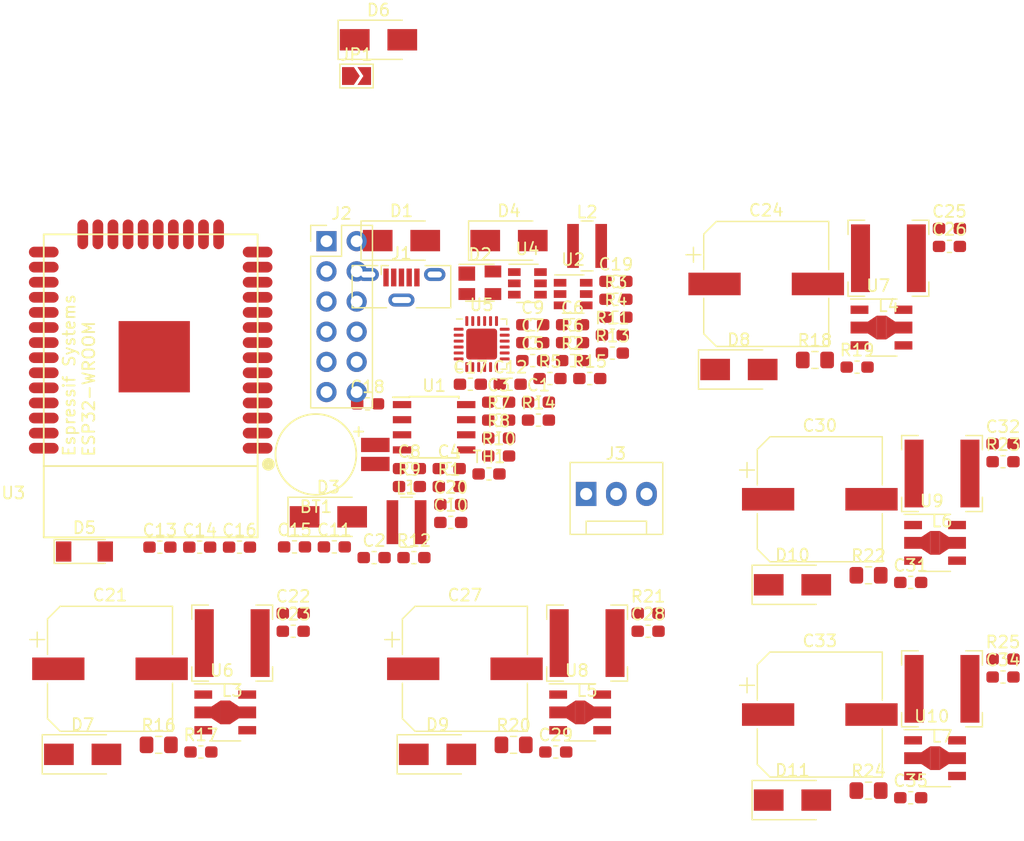
<source format=kicad_pcb>
(kicad_pcb (version 20171130) (host pcbnew 5.0.1-33cea8e~68~ubuntu16.04.1)
  (layers (0 F.Cu signal) (31 B.Cu signal) (34 B.Paste user) (35 F.Paste user) (36 B.SilkS user) (37 F.SilkS user) (38 B.Mask user) (39 F.Mask user) (44 Edge.Cuts user))
  (net 0 "")
  (net 1 "Net-(BT1-Pad1)")
  (net 2 GND)
  (net 3 VDD)
  (net 4 "Net-(C2-Pad1)")
  (net 5 "Net-(C2-Pad2)")
  (net 6 +3V3)
  (net 7 "Net-(C4-Pad1)")
  (net 8 "Net-(C12-Pad2)")
  (net 9 "Net-(C14-Pad2)")
  (net 10 "Net-(C14-Pad1)")
  (net 11 "Net-(C16-Pad2)")
  (net 12 LEDs_thermistor)
  (net 13 "Net-(C20-Pad2)")
  (net 14 "Net-(C23-Pad1)")
  (net 15 LED1-)
  (net 16 LED2-)
  (net 17 "Net-(C26-Pad1)")
  (net 18 LED3-)
  (net 19 "Net-(C29-Pad1)")
  (net 20 "Net-(C32-Pad1)")
  (net 21 LED4-)
  (net 22 LED5-)
  (net 23 "Net-(C35-Pad1)")
  (net 24 "Net-(D2-Pad2)")
  (net 25 "Net-(D2-Pad3)")
  (net 26 Fan_tach)
  (net 27 "Net-(D7-Pad2)")
  (net 28 "Net-(D8-Pad2)")
  (net 29 "Net-(D9-Pad2)")
  (net 30 "Net-(D10-Pad2)")
  (net 31 "Net-(D11-Pad2)")
  (net 32 "Net-(D6-Pad1)")
  (net 33 i2c_scl)
  (net 34 i2c_sda)
  (net 35 12v~SHDN)
  (net 36 "Net-(R6-Pad2)")
  (net 37 "Net-(R7-Pad2)")
  (net 38 "Net-(R10-Pad1)")
  (net 39 LED_ADJ_1)
  (net 40 LED_ADJ_2)
  (net 41 LED_ADJ_3)
  (net 42 LED_ADJ_4)
  (net 43 LED_ADJ_5)
  (net 44 esp32_uart_tx)
  (net 45 esp32_uart_rx)
  (net 46 "Net-(JP1-Pad1)")
  (net 47 FAN_PWR)
  (net 48 "Net-(J3-Pad1)")
  (module led:ESP32-WROOM (layer F.Cu) (at 104.85 100.5)
    (fp_text reference U3 (at -11.557 9.017) (layer F.SilkS))
    (fp_text value ESP32-WROOM)
    (fp_text user "Espressif Systems" (at -6.858 -0.889 90) (layer F.SilkS))
    (fp_text user ESP32-WROOM (at -5.207 0.254 90) (layer F.SilkS))
    (pad 38 smd oval (at -9 5.25) (size 2.5 0.9) (layers F.Cu F.Paste F.Mask) (net 2 GND))
    (pad 37 smd oval (at -9 3.98) (size 2.5 0.9) (layers F.Cu F.Paste F.Mask) (net 43 LED_ADJ_5))
    (pad 36 smd oval (at -9 2.71) (size 2.5 0.9) (layers F.Cu F.Paste F.Mask) (net 42 LED_ADJ_4))
    (pad 35 smd oval (at -9 1.44) (size 2.5 0.9) (layers F.Cu F.Paste F.Mask) (net 44 esp32_uart_tx))
    (pad 34 smd oval (at -9 0.17) (size 2.5 0.9) (layers F.Cu F.Paste F.Mask) (net 45 esp32_uart_rx))
    (pad 33 smd oval (at -9 -1.1) (size 2.5 0.9) (layers F.Cu F.Paste F.Mask) (net 41 LED_ADJ_3))
    (pad 32 smd oval (at -9 -2.37) (size 2.5 0.9) (layers F.Cu F.Paste F.Mask))
    (pad 31 smd oval (at -9 -3.64) (size 2.5 0.9) (layers F.Cu F.Paste F.Mask) (net 40 LED_ADJ_2))
    (pad 30 smd oval (at -9 -4.91) (size 2.5 0.9) (layers F.Cu F.Paste F.Mask) (net 39 LED_ADJ_1))
    (pad 29 smd oval (at -9 -6.18) (size 2.5 0.9) (layers F.Cu F.Paste F.Mask))
    (pad 28 smd oval (at -9 -7.45) (size 2.5 0.9) (layers F.Cu F.Paste F.Mask))
    (pad 27 smd oval (at -9 -8.72) (size 2.5 0.9) (layers F.Cu F.Paste F.Mask))
    (pad 26 smd oval (at -9 -9.99) (size 2.5 0.9) (layers F.Cu F.Paste F.Mask))
    (pad 25 smd oval (at -9 -11.26) (size 2.5 0.9) (layers F.Cu F.Paste F.Mask) (net 46 "Net-(JP1-Pad1)"))
    (pad 24 smd oval (at -5.715 -12.75) (size 0.9 2.5) (layers F.Cu F.Paste F.Mask))
    (pad 23 smd oval (at -4.445 -12.75) (size 0.9 2.5) (layers F.Cu F.Paste F.Mask))
    (pad 22 smd oval (at -3.175 -12.75) (size 0.9 2.5) (layers F.Cu F.Paste F.Mask))
    (pad 21 smd oval (at -1.905 -12.75) (size 0.9 2.5) (layers F.Cu F.Paste F.Mask))
    (pad 20 smd oval (at -0.635 -12.75) (size 0.9 2.5) (layers F.Cu F.Paste F.Mask))
    (pad 19 smd oval (at 0.635 -12.75) (size 0.9 2.5) (layers F.Cu F.Paste F.Mask))
    (pad 18 smd oval (at 1.905 -12.75) (size 0.9 2.5) (layers F.Cu F.Paste F.Mask))
    (pad 17 smd oval (at 3.175 -12.75) (size 0.9 2.5) (layers F.Cu F.Paste F.Mask))
    (pad 16 smd oval (at 4.445 -12.75) (size 0.9 2.5) (layers F.Cu F.Paste F.Mask))
    (pad 15 smd oval (at 5.715 -12.75) (size 0.9 2.5) (layers F.Cu F.Paste F.Mask) (net 2 GND))
    (pad 14 smd oval (at 9 -11.26) (size 2.5 0.9) (layers F.Cu F.Paste F.Mask))
    (pad 13 smd oval (at 9 -9.99) (size 2.5 0.9) (layers F.Cu F.Paste F.Mask))
    (pad 12 smd oval (at 9 -8.72) (size 2.5 0.9) (layers F.Cu F.Paste F.Mask))
    (pad 11 smd oval (at 9 -7.45) (size 2.5 0.9) (layers F.Cu F.Paste F.Mask))
    (pad 10 smd oval (at 9 -6.18) (size 2.5 0.9) (layers F.Cu F.Paste F.Mask))
    (pad 9 smd oval (at 9 -4.91) (size 2.5 0.9) (layers F.Cu F.Paste F.Mask) (net 35 12v~SHDN))
    (pad 8 smd oval (at 9 -3.64) (size 2.5 0.9) (layers F.Cu F.Paste F.Mask))
    (pad 7 smd oval (at 9 -2.37) (size 2.5 0.9) (layers F.Cu F.Paste F.Mask) (net 11 "Net-(C16-Pad2)"))
    (pad 6 smd oval (at 9 -1.1) (size 2.5 0.9) (layers F.Cu F.Paste F.Mask) (net 12 LEDs_thermistor))
    (pad 5 smd oval (at 9 0.17) (size 2.5 0.9) (layers F.Cu F.Paste F.Mask))
    (pad 4 smd oval (at 9 1.44) (size 2.5 0.9) (layers F.Cu F.Paste F.Mask))
    (pad 3 smd oval (at 9 2.71) (size 2.5 0.9) (layers F.Cu F.Paste F.Mask) (net 7 "Net-(C4-Pad1)"))
    (pad 2 smd oval (at 9 3.98) (size 2.5 0.9) (layers F.Cu F.Paste F.Mask) (net 6 +3V3))
    (pad 1 smd oval (at 9 5.25) (size 2.5 0.9) (layers F.Cu F.Paste F.Mask) (net 2 GND))
    (pad 39 smd rect (at 0.3 -2.45) (size 6 6) (layers F.Cu F.Paste F.Mask) (net 2 GND))
  )
  (module led:MS621FE-FL11E (layer F.Cu) (at 118.755001 106.275001)
    (fp_text reference BT1 (at 0 4.4) (layer F.SilkS))
    (fp_text value Battery_Cell)
    (fp_text user + (at 3.6 -2) (layer F.SilkS))
    (pad 2 smd rect (at 5 0.8) (size 2.4 1.2) (layers F.Cu F.Paste F.Mask) (net 2 GND))
    (pad 1 smd rect (at 5 -0.8) (size 2.4 1.2) (layers F.Cu F.Paste F.Mask) (net 1 "Net-(BT1-Pad1)"))
  )
  (module Capacitor_SMD:C_0603_1608Metric_Pad1.05x0.95mm_HandSolder (layer F.Cu) (at 137.485001 101.875001)
    (fp_text reference C1 (at 0 -1.43) (layer F.SilkS))
    (fp_text value 2.2uF)
    (pad 2 smd roundrect (at 0.875 0) (size 1.05 0.95) (layers F.Cu F.Paste F.Mask) (net 2 GND))
    (pad 1 smd roundrect (at -0.875 0) (size 1.05 0.95) (layers F.Cu F.Paste F.Mask) (net 3 VDD))
  )
  (module Capacitor_SMD:C_0603_1608Metric_Pad1.05x0.95mm_HandSolder (layer F.Cu) (at 123.655001 114.955001)
    (fp_text reference C2 (at 0 -1.43) (layer F.SilkS))
    (fp_text value 100nF)
    (pad 2 smd roundrect (at 0.875 0) (size 1.05 0.95) (layers F.Cu F.Paste F.Mask) (net 5 "Net-(C2-Pad2)"))
    (pad 1 smd roundrect (at -0.875 0) (size 1.05 0.95) (layers F.Cu F.Paste F.Mask) (net 4 "Net-(C2-Pad1)"))
  )
  (module Capacitor_SMD:C_0603_1608Metric_Pad1.05x0.95mm_HandSolder (layer F.Cu) (at 134.135001 101.875001)
    (fp_text reference C3 (at 0 -1.43) (layer F.SilkS))
    (fp_text value 10uF)
    (pad 2 smd roundrect (at 0.875 0) (size 1.05 0.95) (layers F.Cu F.Paste F.Mask) (net 2 GND))
    (pad 1 smd roundrect (at -0.875 0) (size 1.05 0.95) (layers F.Cu F.Paste F.Mask) (net 6 +3V3))
  )
  (module Capacitor_SMD:C_0603_1608Metric_Pad1.05x0.95mm_HandSolder (layer F.Cu) (at 129.975001 107.465001)
    (fp_text reference C4 (at 0 -1.43) (layer F.SilkS))
    (fp_text value 0.1uF)
    (pad 2 smd roundrect (at 0.875 0) (size 1.05 0.95) (layers F.Cu F.Paste F.Mask) (net 2 GND))
    (pad 1 smd roundrect (at -0.875 0) (size 1.05 0.95) (layers F.Cu F.Paste F.Mask) (net 7 "Net-(C4-Pad1)"))
  )
  (module Capacitor_SMD:C_0603_1608Metric_Pad1.05x0.95mm_HandSolder (layer F.Cu) (at 137.005001 98.375001)
    (fp_text reference C5 (at 0 -1.43) (layer F.SilkS))
    (fp_text value 10uF)
    (pad 2 smd roundrect (at 0.875 0) (size 1.05 0.95) (layers F.Cu F.Paste F.Mask) (net 2 GND))
    (pad 1 smd roundrect (at -0.875 0) (size 1.05 0.95) (layers F.Cu F.Paste F.Mask) (net 6 +3V3))
  )
  (module Capacitor_SMD:C_0603_1608Metric_Pad1.05x0.95mm_HandSolder (layer F.Cu) (at 140.355001 95.355001)
    (fp_text reference C6 (at 0 -1.43) (layer F.SilkS))
    (fp_text value 0.1uF)
    (pad 2 smd roundrect (at 0.875 0) (size 1.05 0.95) (layers F.Cu F.Paste F.Mask) (net 6 +3V3))
    (pad 1 smd roundrect (at -0.875 0) (size 1.05 0.95) (layers F.Cu F.Paste F.Mask) (net 2 GND))
  )
  (module Capacitor_SMD:C_0603_1608Metric_Pad1.05x0.95mm_HandSolder (layer F.Cu) (at 137.005001 96.865001)
    (fp_text reference C7 (at 0 -1.43) (layer F.SilkS))
    (fp_text value 0.1uF)
    (pad 2 smd roundrect (at 0.875 0) (size 1.05 0.95) (layers F.Cu F.Paste F.Mask) (net 6 +3V3))
    (pad 1 smd roundrect (at -0.875 0) (size 1.05 0.95) (layers F.Cu F.Paste F.Mask) (net 2 GND))
  )
  (module Capacitor_SMD:C_0603_1608Metric_Pad1.05x0.95mm_HandSolder (layer F.Cu) (at 126.625001 107.465001)
    (fp_text reference C8 (at 0 -1.43) (layer F.SilkS))
    (fp_text value 1uF)
    (pad 2 smd roundrect (at 0.875 0) (size 1.05 0.95) (layers F.Cu F.Paste F.Mask) (net 6 +3V3))
    (pad 1 smd roundrect (at -0.875 0) (size 1.05 0.95) (layers F.Cu F.Paste F.Mask) (net 2 GND))
  )
  (module Capacitor_SMD:C_0603_1608Metric_Pad1.05x0.95mm_HandSolder (layer F.Cu) (at 137.005001 95.355001)
    (fp_text reference C9 (at 0 -1.43) (layer F.SilkS))
    (fp_text value 2.2uF)
    (pad 2 smd roundrect (at 0.875 0) (size 1.05 0.95) (layers F.Cu F.Paste F.Mask) (net 2 GND))
    (pad 1 smd roundrect (at -0.875 0) (size 1.05 0.95) (layers F.Cu F.Paste F.Mask) (net 3 VDD))
  )
  (module Capacitor_SMD:C_0603_1608Metric_Pad1.05x0.95mm_HandSolder (layer F.Cu) (at 130.105001 111.995001)
    (fp_text reference C10 (at 0 -1.43) (layer F.SilkS))
    (fp_text value 10uF)
    (pad 2 smd roundrect (at 0.875 0) (size 1.05 0.95) (layers F.Cu F.Paste F.Mask) (net 2 GND))
    (pad 1 smd roundrect (at -0.875 0) (size 1.05 0.95) (layers F.Cu F.Paste F.Mask) (net 6 +3V3))
  )
  (module Capacitor_SMD:C_0603_1608Metric_Pad1.05x0.95mm_HandSolder (layer F.Cu) (at 120.305001 114.055001)
    (fp_text reference C11 (at 0 -1.43) (layer F.SilkS))
    (fp_text value 0.1uF)
    (pad 2 smd roundrect (at 0.875 0) (size 1.05 0.95) (layers F.Cu F.Paste F.Mask) (net 6 +3V3))
    (pad 1 smd roundrect (at -0.875 0) (size 1.05 0.95) (layers F.Cu F.Paste F.Mask) (net 2 GND))
  )
  (module Capacitor_SMD:C_0603_1608Metric_Pad1.05x0.95mm_HandSolder (layer F.Cu) (at 135.105001 100.365001)
    (fp_text reference C12 (at 0 -1.43) (layer F.SilkS))
    (fp_text value 0.1uF)
    (pad 2 smd roundrect (at 0.875 0) (size 1.05 0.95) (layers F.Cu F.Paste F.Mask) (net 8 "Net-(C12-Pad2)"))
    (pad 1 smd roundrect (at -0.875 0) (size 1.05 0.95) (layers F.Cu F.Paste F.Mask) (net 2 GND))
  )
  (module Capacitor_SMD:C_0603_1608Metric_Pad1.05x0.95mm_HandSolder (layer F.Cu) (at 105.625001 114.075001)
    (fp_text reference C13 (at 0 -1.43) (layer F.SilkS))
    (fp_text value 10uF)
    (pad 2 smd roundrect (at 0.875 0) (size 1.05 0.95) (layers F.Cu F.Paste F.Mask) (net 2 GND))
    (pad 1 smd roundrect (at -0.875 0) (size 1.05 0.95) (layers F.Cu F.Paste F.Mask) (net 8 "Net-(C12-Pad2)"))
  )
  (module Capacitor_SMD:C_0603_1608Metric_Pad1.05x0.95mm_HandSolder (layer F.Cu) (at 108.975001 114.075001)
    (fp_text reference C14 (at 0 -1.43) (layer F.SilkS))
    (fp_text value 100nF)
    (pad 2 smd roundrect (at 0.875 0) (size 1.05 0.95) (layers F.Cu F.Paste F.Mask) (net 9 "Net-(C14-Pad2)"))
    (pad 1 smd roundrect (at -0.875 0) (size 1.05 0.95) (layers F.Cu F.Paste F.Mask) (net 10 "Net-(C14-Pad1)"))
  )
  (module Capacitor_SMD:C_0603_1608Metric_Pad1.05x0.95mm_HandSolder (layer F.Cu) (at 116.955001 114.055001)
    (fp_text reference C15 (at 0 -1.43) (layer F.SilkS))
    (fp_text value 10uF)
    (pad 2 smd roundrect (at 0.875 0) (size 1.05 0.95) (layers F.Cu F.Paste F.Mask) (net 2 GND))
    (pad 1 smd roundrect (at -0.875 0) (size 1.05 0.95) (layers F.Cu F.Paste F.Mask) (net 47 FAN_PWR))
  )
  (module Capacitor_SMD:C_0603_1608Metric_Pad1.05x0.95mm_HandSolder (layer F.Cu) (at 112.325001 114.075001)
    (fp_text reference C16 (at 0 -1.43) (layer F.SilkS))
    (fp_text value 0.1uF)
    (pad 2 smd roundrect (at 0.875 0) (size 1.05 0.95) (layers F.Cu F.Paste F.Mask) (net 11 "Net-(C16-Pad2)"))
    (pad 1 smd roundrect (at -0.875 0) (size 1.05 0.95) (layers F.Cu F.Paste F.Mask) (net 2 GND))
  )
  (module Capacitor_SMD:C_0603_1608Metric_Pad1.05x0.95mm_HandSolder (layer F.Cu) (at 131.755001 100.365001)
    (fp_text reference C17 (at 0 -1.43) (layer F.SilkS))
    (fp_text value 0.1uF)
    (pad 2 smd roundrect (at 0.875 0) (size 1.05 0.95) (layers F.Cu F.Paste F.Mask) (net 1 "Net-(BT1-Pad1)"))
    (pad 1 smd roundrect (at -0.875 0) (size 1.05 0.95) (layers F.Cu F.Paste F.Mask) (net 2 GND))
  )
  (module Capacitor_SMD:C_0603_1608Metric_Pad1.05x0.95mm_HandSolder (layer F.Cu) (at 123.105001 102.015001)
    (fp_text reference C18 (at 0 -1.43) (layer F.SilkS))
    (fp_text value 0.1uF)
    (pad 2 smd roundrect (at 0.875 0) (size 1.05 0.95) (layers F.Cu F.Paste F.Mask))
    (pad 1 smd roundrect (at -0.875 0) (size 1.05 0.95) (layers F.Cu F.Paste F.Mask) (net 2 GND))
  )
  (module Capacitor_SMD:C_0603_1608Metric_Pad1.05x0.95mm_HandSolder (layer F.Cu) (at 144.005001 91.705001)
    (fp_text reference C19 (at 0 -1.43) (layer F.SilkS))
    (fp_text value 0.1uF)
    (pad 2 smd roundrect (at 0.875 0) (size 1.05 0.95) (layers F.Cu F.Paste F.Mask) (net 12 LEDs_thermistor))
    (pad 1 smd roundrect (at -0.875 0) (size 1.05 0.95) (layers F.Cu F.Paste F.Mask) (net 2 GND))
  )
  (module Capacitor_SMD:C_0603_1608Metric_Pad1.05x0.95mm_HandSolder (layer F.Cu) (at 130.105001 110.485001)
    (fp_text reference C20 (at 0 -1.43) (layer F.SilkS))
    (fp_text value 0.1uF)
    (pad 2 smd roundrect (at 0.875 0) (size 1.05 0.95) (layers F.Cu F.Paste F.Mask) (net 13 "Net-(C20-Pad2)"))
    (pad 1 smd roundrect (at -0.875 0) (size 1.05 0.95) (layers F.Cu F.Paste F.Mask) (net 2 GND))
  )
  (module Capacitor_SMD:CP_Elec_10x7.9 (layer F.Cu) (at 101.425001 124.315001)
    (fp_text reference C21 (at 0 -6.2) (layer F.SilkS))
    (fp_text value 100u)
    (pad 2 smd rect (at 4.35 0) (size 4.4 1.9) (layers F.Cu F.Paste F.Mask) (net 2 GND))
    (pad 1 smd rect (at -4.35 0) (size 4.4 1.9) (layers F.Cu F.Paste F.Mask) (net 3 VDD))
  )
  (module Capacitor_SMD:C_0603_1608Metric_Pad1.05x0.95mm_HandSolder (layer F.Cu) (at 116.845001 119.645001)
    (fp_text reference C22 (at 0 -1.43) (layer F.SilkS))
    (fp_text value 0.1u)
    (pad 2 smd roundrect (at 0.875 0) (size 1.05 0.95) (layers F.Cu F.Paste F.Mask) (net 2 GND))
    (pad 1 smd roundrect (at -0.875 0) (size 1.05 0.95) (layers F.Cu F.Paste F.Mask) (net 3 VDD))
  )
  (module Capacitor_SMD:C_0603_1608Metric_Pad1.05x0.95mm_HandSolder (layer F.Cu) (at 116.845001 121.155001)
    (fp_text reference C23 (at 0 -1.43) (layer F.SilkS))
    (fp_text value 1u)
    (pad 2 smd roundrect (at 0.875 0) (size 1.05 0.95) (layers F.Cu F.Paste F.Mask) (net 15 LED1-))
    (pad 1 smd roundrect (at -0.875 0) (size 1.05 0.95) (layers F.Cu F.Paste F.Mask) (net 14 "Net-(C23-Pad1)"))
  )
  (module Capacitor_SMD:CP_Elec_10x7.9 (layer F.Cu) (at 156.655001 91.925001)
    (fp_text reference C24 (at 0 -6.2) (layer F.SilkS))
    (fp_text value 100u)
    (pad 2 smd rect (at 4.35 0) (size 4.4 1.9) (layers F.Cu F.Paste F.Mask) (net 2 GND))
    (pad 1 smd rect (at -4.35 0) (size 4.4 1.9) (layers F.Cu F.Paste F.Mask) (net 3 VDD))
  )
  (module Capacitor_SMD:C_0603_1608Metric_Pad1.05x0.95mm_HandSolder (layer F.Cu) (at 172.075001 87.255001)
    (fp_text reference C25 (at 0 -1.43) (layer F.SilkS))
    (fp_text value 0.1u)
    (pad 2 smd roundrect (at 0.875 0) (size 1.05 0.95) (layers F.Cu F.Paste F.Mask) (net 2 GND))
    (pad 1 smd roundrect (at -0.875 0) (size 1.05 0.95) (layers F.Cu F.Paste F.Mask) (net 3 VDD))
  )
  (module Capacitor_SMD:C_0603_1608Metric_Pad1.05x0.95mm_HandSolder (layer F.Cu) (at 172.075001 88.765001)
    (fp_text reference C26 (at 0 -1.43) (layer F.SilkS))
    (fp_text value 1u)
    (pad 2 smd roundrect (at 0.875 0) (size 1.05 0.95) (layers F.Cu F.Paste F.Mask) (net 16 LED2-))
    (pad 1 smd roundrect (at -0.875 0) (size 1.05 0.95) (layers F.Cu F.Paste F.Mask) (net 17 "Net-(C26-Pad1)"))
  )
  (module Capacitor_SMD:CP_Elec_10x7.9 (layer F.Cu) (at 131.295001 124.315001)
    (fp_text reference C27 (at 0 -6.2) (layer F.SilkS))
    (fp_text value 100u)
    (pad 2 smd rect (at 4.35 0) (size 4.4 1.9) (layers F.Cu F.Paste F.Mask) (net 2 GND))
    (pad 1 smd rect (at -4.35 0) (size 4.4 1.9) (layers F.Cu F.Paste F.Mask) (net 3 VDD))
  )
  (module Capacitor_SMD:C_0603_1608Metric_Pad1.05x0.95mm_HandSolder (layer F.Cu) (at 146.715001 121.155001)
    (fp_text reference C28 (at 0 -1.43) (layer F.SilkS))
    (fp_text value 0.1u)
    (pad 2 smd roundrect (at 0.875 0) (size 1.05 0.95) (layers F.Cu F.Paste F.Mask) (net 2 GND))
    (pad 1 smd roundrect (at -0.875 0) (size 1.05 0.95) (layers F.Cu F.Paste F.Mask) (net 3 VDD))
  )
  (module Capacitor_SMD:C_0603_1608Metric_Pad1.05x0.95mm_HandSolder (layer F.Cu) (at 138.945001 131.315001)
    (fp_text reference C29 (at 0 -1.43) (layer F.SilkS))
    (fp_text value 1u)
    (pad 2 smd roundrect (at 0.875 0) (size 1.05 0.95) (layers F.Cu F.Paste F.Mask) (net 18 LED3-))
    (pad 1 smd roundrect (at -0.875 0) (size 1.05 0.95) (layers F.Cu F.Paste F.Mask) (net 19 "Net-(C29-Pad1)"))
  )
  (module Capacitor_SMD:CP_Elec_10x7.9 (layer F.Cu) (at 161.165001 110.045001)
    (fp_text reference C30 (at 0 -6.2) (layer F.SilkS))
    (fp_text value 100u)
    (pad 2 smd rect (at 4.35 0) (size 4.4 1.9) (layers F.Cu F.Paste F.Mask) (net 2 GND))
    (pad 1 smd rect (at -4.35 0) (size 4.4 1.9) (layers F.Cu F.Paste F.Mask) (net 3 VDD))
  )
  (module Capacitor_SMD:C_0603_1608Metric_Pad1.05x0.95mm_HandSolder (layer F.Cu) (at 168.815001 117.045001)
    (fp_text reference C31 (at 0 -1.43) (layer F.SilkS))
    (fp_text value 0.1u)
    (pad 2 smd roundrect (at 0.875 0) (size 1.05 0.95) (layers F.Cu F.Paste F.Mask) (net 2 GND))
    (pad 1 smd roundrect (at -0.875 0) (size 1.05 0.95) (layers F.Cu F.Paste F.Mask) (net 3 VDD))
  )
  (module Capacitor_SMD:C_0603_1608Metric_Pad1.05x0.95mm_HandSolder (layer F.Cu) (at 176.585001 105.375001)
    (fp_text reference C32 (at 0 -1.43) (layer F.SilkS))
    (fp_text value 1u)
    (pad 2 smd roundrect (at 0.875 0) (size 1.05 0.95) (layers F.Cu F.Paste F.Mask) (net 21 LED4-))
    (pad 1 smd roundrect (at -0.875 0) (size 1.05 0.95) (layers F.Cu F.Paste F.Mask) (net 20 "Net-(C32-Pad1)"))
  )
  (module Capacitor_SMD:CP_Elec_10x7.9 (layer F.Cu) (at 161.165001 128.165001)
    (fp_text reference C33 (at 0 -6.2) (layer F.SilkS))
    (fp_text value 100u)
    (pad 2 smd rect (at 4.35 0) (size 4.4 1.9) (layers F.Cu F.Paste F.Mask) (net 2 GND))
    (pad 1 smd rect (at -4.35 0) (size 4.4 1.9) (layers F.Cu F.Paste F.Mask) (net 3 VDD))
  )
  (module Capacitor_SMD:C_0603_1608Metric_Pad1.05x0.95mm_HandSolder (layer F.Cu) (at 176.585001 125.005001)
    (fp_text reference C34 (at 0 -1.43) (layer F.SilkS))
    (fp_text value 0.1u)
    (pad 2 smd roundrect (at 0.875 0) (size 1.05 0.95) (layers F.Cu F.Paste F.Mask) (net 2 GND))
    (pad 1 smd roundrect (at -0.875 0) (size 1.05 0.95) (layers F.Cu F.Paste F.Mask) (net 3 VDD))
  )
  (module Capacitor_SMD:C_0603_1608Metric_Pad1.05x0.95mm_HandSolder (layer F.Cu) (at 168.815001 135.165001)
    (fp_text reference C35 (at 0 -1.43) (layer F.SilkS))
    (fp_text value 1u)
    (pad 2 smd roundrect (at 0.875 0) (size 1.05 0.95) (layers F.Cu F.Paste F.Mask) (net 22 LED5-))
    (pad 1 smd roundrect (at -0.875 0) (size 1.05 0.95) (layers F.Cu F.Paste F.Mask) (net 23 "Net-(C35-Pad1)"))
  )
  (module Package_TO_SOT_SMD:SOT-143 (layer F.Cu) (at 132.555001 91.825001)
    (fp_text reference D2 (at 0.02 -2.38) (layer F.SilkS))
    (fp_text value SP0503BAHT)
    (pad 4 smd rect (at 1.1 -0.95 270) (size 1 1.4) (layers F.Cu F.Paste F.Mask) (net 8 "Net-(C12-Pad2)"))
    (pad 3 smd rect (at 1.1 0.95 270) (size 1 1.4) (layers F.Cu F.Paste F.Mask) (net 25 "Net-(D2-Pad3)"))
    (pad 2 smd rect (at -1.1 0.95 270) (size 1 1.4) (layers F.Cu F.Paste F.Mask) (net 24 "Net-(D2-Pad2)"))
    (pad 1 smd rect (at -1.1 -0.77 270) (size 1.2 1.4) (layers F.Cu F.Paste F.Mask) (net 2 GND))
  )
  (module Connector_USB:USB_Micro-B_Molex-105133-0001 (layer F.Cu) (at 125.955001 92.205001)
    (fp_text reference J1 (at 0 -2.85) (layer F.SilkS))
    (fp_text value USB_B_Micro)
    (pad 6 thru_hole oval (at 0 1.075) (size 2.2 1.1) (drill oval 1.6 0.5) (layers *.Cu *.Mask) (net 2 GND))
    (pad 6 thru_hole oval (at 2.8 -1.075) (size 1.8 1.1) (drill oval 1.2 0.5) (layers *.Cu *.Mask) (net 2 GND))
    (pad 6 thru_hole oval (at -2.8 -1.075) (size 1.8 1.1) (drill oval 1.2 0.5) (layers *.Cu *.Mask) (net 2 GND))
    (pad 1 smd rect (at -1.3 -0.825) (size 0.45 1.5) (layers F.Cu F.Paste F.Mask) (net 8 "Net-(C12-Pad2)"))
    (pad 5 smd rect (at 1.3 -0.825) (size 0.45 1.5) (layers F.Cu F.Paste F.Mask) (net 2 GND))
    (pad 2 smd rect (at -0.65 -0.825) (size 0.45 1.5) (layers F.Cu F.Paste F.Mask) (net 25 "Net-(D2-Pad3)"))
    (pad 4 smd rect (at 0.65 -0.825) (size 0.45 1.5) (layers F.Cu F.Paste F.Mask))
    (pad 3 smd rect (at 0 -0.825) (size 0.45 1.5) (layers F.Cu F.Paste F.Mask) (net 24 "Net-(D2-Pad2)"))
  )
  (module Inductor_SMD:L_Wuerth_MAPI-4030 (layer F.Cu) (at 126.380001 111.975001)
    (fp_text reference L1 (at 0 -2.85) (layer F.SilkS))
    (fp_text value 6.8uH)
    (pad 2 smd rect (at 1.185 0) (size 0.98 3.7) (layers F.Cu F.Paste F.Mask) (net 6 +3V3))
    (pad 1 smd rect (at -1.185 0) (size 0.98 3.7) (layers F.Cu F.Paste F.Mask) (net 4 "Net-(C2-Pad1)"))
  )
  (module Inductor_SMD:L_Wuerth_MAPI-4030 (layer F.Cu) (at 141.580001 88.725001)
    (fp_text reference L2 (at 0 -2.85) (layer F.SilkS))
    (fp_text value 6.8uH)
    (pad 2 smd rect (at 1.185 0) (size 0.98 3.7) (layers F.Cu F.Paste F.Mask) (net 47 FAN_PWR))
    (pad 1 smd rect (at -1.185 0) (size 0.98 3.7) (layers F.Cu F.Paste F.Mask) (net 10 "Net-(C14-Pad1)"))
  )
  (module Inductor_SMD:L_Bourns-SRN6028 (layer F.Cu) (at 111.710001 122.150001)
    (fp_text reference L3 (at 0 4) (layer F.SilkS))
    (fp_text value 47u)
    (pad 2 smd rect (at 2.35 0) (size 1.6 5.7) (layers F.Cu F.Paste F.Mask) (net 15 LED1-))
    (pad 1 smd rect (at -2.35 0) (size 1.6 5.7) (layers F.Cu F.Paste F.Mask) (net 27 "Net-(D7-Pad2)"))
  )
  (module Inductor_SMD:L_Bourns-SRN6028 (layer F.Cu) (at 166.940001 89.760001)
    (fp_text reference L4 (at 0 4) (layer F.SilkS))
    (fp_text value 47u)
    (pad 2 smd rect (at 2.35 0) (size 1.6 5.7) (layers F.Cu F.Paste F.Mask) (net 16 LED2-))
    (pad 1 smd rect (at -2.35 0) (size 1.6 5.7) (layers F.Cu F.Paste F.Mask) (net 28 "Net-(D8-Pad2)"))
  )
  (module Inductor_SMD:L_Bourns-SRN6028 (layer F.Cu) (at 141.580001 122.150001)
    (fp_text reference L5 (at 0 4) (layer F.SilkS))
    (fp_text value 47u)
    (pad 2 smd rect (at 2.35 0) (size 1.6 5.7) (layers F.Cu F.Paste F.Mask) (net 18 LED3-))
    (pad 1 smd rect (at -2.35 0) (size 1.6 5.7) (layers F.Cu F.Paste F.Mask) (net 29 "Net-(D9-Pad2)"))
  )
  (module Inductor_SMD:L_Bourns-SRN6028 (layer F.Cu) (at 171.450001 107.880001)
    (fp_text reference L6 (at 0 4) (layer F.SilkS))
    (fp_text value 47u)
    (pad 2 smd rect (at 2.35 0) (size 1.6 5.7) (layers F.Cu F.Paste F.Mask) (net 21 LED4-))
    (pad 1 smd rect (at -2.35 0) (size 1.6 5.7) (layers F.Cu F.Paste F.Mask) (net 30 "Net-(D10-Pad2)"))
  )
  (module Inductor_SMD:L_Bourns-SRN6028 (layer F.Cu) (at 171.450001 126.000001)
    (fp_text reference L7 (at 0 4) (layer F.SilkS))
    (fp_text value 47u)
    (pad 2 smd rect (at 2.35 0) (size 1.6 5.7) (layers F.Cu F.Paste F.Mask) (net 22 LED5-))
    (pad 1 smd rect (at -2.35 0) (size 1.6 5.7) (layers F.Cu F.Paste F.Mask) (net 31 "Net-(D11-Pad2)"))
  )
  (module Resistor_SMD:R_0603_1608Metric_Pad1.05x0.95mm_HandSolder (layer F.Cu) (at 129.975001 108.975001)
    (fp_text reference R1 (at 0 -1.43) (layer F.SilkS))
    (fp_text value 10k)
    (pad 2 smd roundrect (at 0.875 0) (size 1.05 0.95) (layers F.Cu F.Paste F.Mask) (net 7 "Net-(C4-Pad1)"))
    (pad 1 smd roundrect (at -0.875 0) (size 1.05 0.95) (layers F.Cu F.Paste F.Mask) (net 6 +3V3))
  )
  (module Resistor_SMD:R_0603_1608Metric_Pad1.05x0.95mm_HandSolder (layer F.Cu) (at 140.355001 98.375001)
    (fp_text reference R2 (at 0 -1.43) (layer F.SilkS))
    (fp_text value 100k)
    (pad 2 smd roundrect (at 0.875 0) (size 1.05 0.95) (layers F.Cu F.Paste F.Mask) (net 1 "Net-(BT1-Pad1)"))
    (pad 1 smd roundrect (at -0.875 0) (size 1.05 0.95) (layers F.Cu F.Paste F.Mask) (net 32 "Net-(D6-Pad1)"))
  )
  (module Resistor_SMD:R_0603_1608Metric_Pad1.05x0.95mm_HandSolder (layer F.Cu) (at 144.005001 93.215001)
    (fp_text reference R3 (at 0 -1.43) (layer F.SilkS))
    (fp_text value 4k7)
    (pad 2 smd roundrect (at 0.875 0) (size 1.05 0.95) (layers F.Cu F.Paste F.Mask) (net 6 +3V3))
    (pad 1 smd roundrect (at -0.875 0) (size 1.05 0.95) (layers F.Cu F.Paste F.Mask) (net 33 i2c_scl))
  )
  (module Resistor_SMD:R_0603_1608Metric_Pad1.05x0.95mm_HandSolder (layer F.Cu) (at 144.005001 94.725001)
    (fp_text reference R4 (at 0 -1.43) (layer F.SilkS))
    (fp_text value 4k7)
    (pad 2 smd roundrect (at 0.875 0) (size 1.05 0.95) (layers F.Cu F.Paste F.Mask) (net 6 +3V3))
    (pad 1 smd roundrect (at -0.875 0) (size 1.05 0.95) (layers F.Cu F.Paste F.Mask) (net 34 i2c_sda))
  )
  (module Resistor_SMD:R_0603_1608Metric_Pad1.05x0.95mm_HandSolder (layer F.Cu) (at 138.455001 99.885001)
    (fp_text reference R5 (at 0 -1.43) (layer F.SilkS))
    (fp_text value 4k7)
    (pad 2 smd roundrect (at 0.875 0) (size 1.05 0.95) (layers F.Cu F.Paste F.Mask) (net 35 12v~SHDN))
    (pad 1 smd roundrect (at -0.875 0) (size 1.05 0.95) (layers F.Cu F.Paste F.Mask) (net 2 GND))
  )
  (module Resistor_SMD:R_0603_1608Metric_Pad1.05x0.95mm_HandSolder (layer F.Cu) (at 140.355001 96.865001)
    (fp_text reference R6 (at 0 -1.43) (layer F.SilkS))
    (fp_text value 1k)
    (pad 2 smd roundrect (at 0.875 0) (size 1.05 0.95) (layers F.Cu F.Paste F.Mask) (net 36 "Net-(R6-Pad2)"))
    (pad 1 smd roundrect (at -0.875 0) (size 1.05 0.95) (layers F.Cu F.Paste F.Mask) (net 6 +3V3))
  )
  (module Resistor_SMD:R_0603_1608Metric_Pad1.05x0.95mm_HandSolder (layer F.Cu) (at 134.135001 103.385001)
    (fp_text reference R7 (at 0 -1.43) (layer F.SilkS))
    (fp_text value 10k)
    (pad 2 smd roundrect (at 0.875 0) (size 1.05 0.95) (layers F.Cu F.Paste F.Mask) (net 37 "Net-(R7-Pad2)"))
    (pad 1 smd roundrect (at -0.875 0) (size 1.05 0.95) (layers F.Cu F.Paste F.Mask) (net 8 "Net-(C12-Pad2)"))
  )
  (module Resistor_SMD:R_0603_1608Metric_Pad1.05x0.95mm_HandSolder (layer F.Cu) (at 134.135001 104.895001)
    (fp_text reference R8 (at 0 -1.43) (layer F.SilkS))
    (fp_text value 22k)
    (pad 2 smd roundrect (at 0.875 0) (size 1.05 0.95) (layers F.Cu F.Paste F.Mask) (net 2 GND))
    (pad 1 smd roundrect (at -0.875 0) (size 1.05 0.95) (layers F.Cu F.Paste F.Mask) (net 37 "Net-(R7-Pad2)"))
  )
  (module Resistor_SMD:R_0603_1608Metric_Pad1.05x0.95mm_HandSolder (layer F.Cu) (at 126.625001 108.975001)
    (fp_text reference R9 (at 0 -1.43) (layer F.SilkS))
    (fp_text value 10k)
    (pad 2 smd roundrect (at 0.875 0) (size 1.05 0.95) (layers F.Cu F.Paste F.Mask) (net 38 "Net-(R10-Pad1)"))
    (pad 1 smd roundrect (at -0.875 0) (size 1.05 0.95) (layers F.Cu F.Paste F.Mask) (net 47 FAN_PWR))
  )
  (module Resistor_SMD:R_0603_1608Metric_Pad1.05x0.95mm_HandSolder (layer F.Cu) (at 134.135001 106.405001)
    (fp_text reference R10 (at 0 -1.43) (layer F.SilkS))
    (fp_text value 10k)
    (pad 2 smd roundrect (at 0.875 0) (size 1.05 0.95) (layers F.Cu F.Paste F.Mask) (net 2 GND))
    (pad 1 smd roundrect (at -0.875 0) (size 1.05 0.95) (layers F.Cu F.Paste F.Mask) (net 38 "Net-(R10-Pad1)"))
  )
  (module Resistor_SMD:R_0603_1608Metric_Pad1.05x0.95mm_HandSolder (layer F.Cu) (at 143.705001 96.235001)
    (fp_text reference R11 (at 0 -1.43) (layer F.SilkS))
    (fp_text value 10k)
    (pad 2 smd roundrect (at 0.875 0) (size 1.05 0.95) (layers F.Cu F.Paste F.Mask) (net 11 "Net-(C16-Pad2)"))
    (pad 1 smd roundrect (at -0.875 0) (size 1.05 0.95) (layers F.Cu F.Paste F.Mask) (net 6 +3V3))
  )
  (module Resistor_SMD:R_0603_1608Metric_Pad1.05x0.95mm_HandSolder (layer F.Cu) (at 127.005001 114.955001)
    (fp_text reference R12 (at 0 -1.43) (layer F.SilkS))
    (fp_text value 1k)
    (pad 2 smd roundrect (at 0.875 0) (size 1.05 0.95) (layers F.Cu F.Paste F.Mask) (net 48 "Net-(J3-Pad1)"))
    (pad 1 smd roundrect (at -0.875 0) (size 1.05 0.95) (layers F.Cu F.Paste F.Mask) (net 26 Fan_tach))
  )
  (module Resistor_SMD:R_0603_1608Metric_Pad1.05x0.95mm_HandSolder (layer F.Cu) (at 143.705001 97.745001)
    (fp_text reference R13 (at 0 -1.43) (layer F.SilkS))
    (fp_text value 4.7k)
    (pad 2 smd roundrect (at 0.875 0) (size 1.05 0.95) (layers F.Cu F.Paste F.Mask) (net 6 +3V3))
    (pad 1 smd roundrect (at -0.875 0) (size 1.05 0.95) (layers F.Cu F.Paste F.Mask) (net 48 "Net-(J3-Pad1)"))
  )
  (module Resistor_SMD:R_0603_1608Metric_Pad1.05x0.95mm_HandSolder (layer F.Cu) (at 137.485001 103.385001)
    (fp_text reference R14 (at 0 -1.43) (layer F.SilkS))
    (fp_text value 1k)
    (pad 2 smd roundrect (at 0.875 0) (size 1.05 0.95) (layers F.Cu F.Paste F.Mask) (net 12 LEDs_thermistor))
    (pad 1 smd roundrect (at -0.875 0) (size 1.05 0.95) (layers F.Cu F.Paste F.Mask) (net 13 "Net-(C20-Pad2)"))
  )
  (module Resistor_SMD:R_0603_1608Metric_Pad1.05x0.95mm_HandSolder (layer F.Cu) (at 141.805001 99.885001)
    (fp_text reference R15 (at 0 -1.43) (layer F.SilkS))
    (fp_text value 10k)
    (pad 2 smd roundrect (at 0.875 0) (size 1.05 0.95) (layers F.Cu F.Paste F.Mask) (net 13 "Net-(C20-Pad2)"))
    (pad 1 smd roundrect (at -0.875 0) (size 1.05 0.95) (layers F.Cu F.Paste F.Mask) (net 6 +3V3))
  )
  (module Resistor_SMD:R_0805_2012Metric_Pad1.15x1.40mm_HandSolder (layer F.Cu) (at 105.525001 130.715001)
    (fp_text reference R16 (at 0 -1.65) (layer F.SilkS))
    (fp_text value 0.15)
    (pad 2 smd roundrect (at 1.025 0) (size 1.15 1.4) (layers F.Cu F.Paste F.Mask) (roundrect_rratio 0.217391) (net 3 VDD))
    (pad 1 smd roundrect (at -1.025 0) (size 1.15 1.4) (layers F.Cu F.Paste F.Mask) (roundrect_rratio 0.217391) (net 14 "Net-(C23-Pad1)"))
  )
  (module Resistor_SMD:R_0603_1608Metric_Pad1.05x0.95mm_HandSolder (layer F.Cu) (at 109.075001 131.315001)
    (fp_text reference R17 (at 0 -1.43) (layer F.SilkS))
    (fp_text value 1k)
    (pad 2 smd roundrect (at 0.875 0) (size 1.05 0.95) (layers F.Cu F.Paste F.Mask) (net 2 GND))
    (pad 1 smd roundrect (at -0.875 0) (size 1.05 0.95) (layers F.Cu F.Paste F.Mask) (net 39 LED_ADJ_1))
  )
  (module Resistor_SMD:R_0805_2012Metric_Pad1.15x1.40mm_HandSolder (layer F.Cu) (at 160.755001 98.325001)
    (fp_text reference R18 (at 0 -1.65) (layer F.SilkS))
    (fp_text value 0.15)
    (pad 2 smd roundrect (at 1.025 0) (size 1.15 1.4) (layers F.Cu F.Paste F.Mask) (roundrect_rratio 0.217391) (net 3 VDD))
    (pad 1 smd roundrect (at -1.025 0) (size 1.15 1.4) (layers F.Cu F.Paste F.Mask) (roundrect_rratio 0.217391) (net 17 "Net-(C26-Pad1)"))
  )
  (module Resistor_SMD:R_0603_1608Metric_Pad1.05x0.95mm_HandSolder (layer F.Cu) (at 164.305001 98.925001)
    (fp_text reference R19 (at 0 -1.43) (layer F.SilkS))
    (fp_text value 1k)
    (pad 2 smd roundrect (at 0.875 0) (size 1.05 0.95) (layers F.Cu F.Paste F.Mask) (net 2 GND))
    (pad 1 smd roundrect (at -0.875 0) (size 1.05 0.95) (layers F.Cu F.Paste F.Mask) (net 40 LED_ADJ_2))
  )
  (module Resistor_SMD:R_0805_2012Metric_Pad1.15x1.40mm_HandSolder (layer F.Cu) (at 135.395001 130.715001)
    (fp_text reference R20 (at 0 -1.65) (layer F.SilkS))
    (fp_text value 0.15)
    (pad 2 smd roundrect (at 1.025 0) (size 1.15 1.4) (layers F.Cu F.Paste F.Mask) (roundrect_rratio 0.217391) (net 3 VDD))
    (pad 1 smd roundrect (at -1.025 0) (size 1.15 1.4) (layers F.Cu F.Paste F.Mask) (roundrect_rratio 0.217391) (net 19 "Net-(C29-Pad1)"))
  )
  (module Resistor_SMD:R_0603_1608Metric_Pad1.05x0.95mm_HandSolder (layer F.Cu) (at 146.715001 119.645001)
    (fp_text reference R21 (at 0 -1.43) (layer F.SilkS))
    (fp_text value 1k)
    (pad 2 smd roundrect (at 0.875 0) (size 1.05 0.95) (layers F.Cu F.Paste F.Mask) (net 2 GND))
    (pad 1 smd roundrect (at -0.875 0) (size 1.05 0.95) (layers F.Cu F.Paste F.Mask) (net 41 LED_ADJ_3))
  )
  (module Resistor_SMD:R_0805_2012Metric_Pad1.15x1.40mm_HandSolder (layer F.Cu) (at 165.265001 116.445001)
    (fp_text reference R22 (at 0 -1.65) (layer F.SilkS))
    (fp_text value 0.15)
    (pad 2 smd roundrect (at 1.025 0) (size 1.15 1.4) (layers F.Cu F.Paste F.Mask) (roundrect_rratio 0.217391) (net 3 VDD))
    (pad 1 smd roundrect (at -1.025 0) (size 1.15 1.4) (layers F.Cu F.Paste F.Mask) (roundrect_rratio 0.217391) (net 20 "Net-(C32-Pad1)"))
  )
  (module Resistor_SMD:R_0603_1608Metric_Pad1.05x0.95mm_HandSolder (layer F.Cu) (at 176.585001 106.885001)
    (fp_text reference R23 (at 0 -1.43) (layer F.SilkS))
    (fp_text value 1k)
    (pad 2 smd roundrect (at 0.875 0) (size 1.05 0.95) (layers F.Cu F.Paste F.Mask) (net 2 GND))
    (pad 1 smd roundrect (at -0.875 0) (size 1.05 0.95) (layers F.Cu F.Paste F.Mask) (net 42 LED_ADJ_4))
  )
  (module Resistor_SMD:R_0805_2012Metric_Pad1.15x1.40mm_HandSolder (layer F.Cu) (at 165.265001 134.565001)
    (fp_text reference R24 (at 0 -1.65) (layer F.SilkS))
    (fp_text value 0.15)
    (pad 2 smd roundrect (at 1.025 0) (size 1.15 1.4) (layers F.Cu F.Paste F.Mask) (roundrect_rratio 0.217391) (net 3 VDD))
    (pad 1 smd roundrect (at -1.025 0) (size 1.15 1.4) (layers F.Cu F.Paste F.Mask) (roundrect_rratio 0.217391) (net 23 "Net-(C35-Pad1)"))
  )
  (module Resistor_SMD:R_0603_1608Metric_Pad1.05x0.95mm_HandSolder (layer F.Cu) (at 176.585001 123.495001)
    (fp_text reference R25 (at 0 -1.43) (layer F.SilkS))
    (fp_text value 1k)
    (pad 2 smd roundrect (at 0.875 0) (size 1.05 0.95) (layers F.Cu F.Paste F.Mask) (net 2 GND))
    (pad 1 smd roundrect (at -0.875 0) (size 1.05 0.95) (layers F.Cu F.Paste F.Mask) (net 43 LED_ADJ_5))
  )
  (module Resistor_SMD:R_0603_1608Metric_Pad1.05x0.95mm_HandSolder (layer F.Cu) (at 133.325001 107.915001)
    (fp_text reference TH1 (at 0 -1.43) (layer F.SilkS))
    (fp_text value Thermistor)
    (pad 2 smd roundrect (at 0.875 0) (size 1.05 0.95) (layers F.Cu F.Paste F.Mask) (net 2 GND))
    (pad 1 smd roundrect (at -0.875 0) (size 1.05 0.95) (layers F.Cu F.Paste F.Mask) (net 11 "Net-(C16-Pad2)"))
  )
  (module Package_SO:SOIC-8_3.9x4.9mm_P1.27mm (layer F.Cu) (at 128.705001 103.985001)
    (fp_text reference U1 (at 0 -3.5) (layer F.SilkS))
    (fp_text value DS3231MZ)
    (pad 8 smd rect (at 2.7 -1.905) (size 1.55 0.6) (layers F.Cu F.Paste F.Mask) (net 33 i2c_scl))
    (pad 7 smd rect (at 2.7 -0.635) (size 1.55 0.6) (layers F.Cu F.Paste F.Mask) (net 34 i2c_sda))
    (pad 6 smd rect (at 2.7 0.635) (size 1.55 0.6) (layers F.Cu F.Paste F.Mask) (net 1 "Net-(BT1-Pad1)"))
    (pad 5 smd rect (at 2.7 1.905) (size 1.55 0.6) (layers F.Cu F.Paste F.Mask) (net 2 GND))
    (pad 4 smd rect (at -2.7 1.905) (size 1.55 0.6) (layers F.Cu F.Paste F.Mask))
    (pad 3 smd rect (at -2.7 0.635) (size 1.55 0.6) (layers F.Cu F.Paste F.Mask))
    (pad 2 smd rect (at -2.7 -0.635) (size 1.55 0.6) (layers F.Cu F.Paste F.Mask) (net 6 +3V3))
    (pad 1 smd rect (at -2.7 -1.905) (size 1.55 0.6) (layers F.Cu F.Paste F.Mask))
  )
  (module Package_TO_SOT_SMD:SOT-23-6 (layer F.Cu) (at 140.405001 92.775001)
    (fp_text reference U2 (at 0 -2.9) (layer F.SilkS))
    (fp_text value LMR16006YQ5)
    (pad 5 smd rect (at 1.1 0) (size 1.06 0.65) (layers F.Cu F.Paste F.Mask) (net 3 VDD))
    (pad 6 smd rect (at 1.1 -0.95) (size 1.06 0.65) (layers F.Cu F.Paste F.Mask) (net 4 "Net-(C2-Pad1)"))
    (pad 4 smd rect (at 1.1 0.95) (size 1.06 0.65) (layers F.Cu F.Paste F.Mask) (net 3 VDD))
    (pad 3 smd rect (at -1.1 0.95) (size 1.06 0.65) (layers F.Cu F.Paste F.Mask) (net 6 +3V3))
    (pad 2 smd rect (at -1.1 0) (size 1.06 0.65) (layers F.Cu F.Paste F.Mask) (net 2 GND))
    (pad 1 smd rect (at -1.1 -0.95) (size 1.06 0.65) (layers F.Cu F.Paste F.Mask) (net 5 "Net-(C2-Pad2)"))
  )
  (module Package_TO_SOT_SMD:SOT-23-6 (layer F.Cu) (at 136.555001 91.875001)
    (fp_text reference U4 (at 0 -2.9) (layer F.SilkS))
    (fp_text value LMR16006YQ5)
    (pad 5 smd rect (at 1.1 0) (size 1.06 0.65) (layers F.Cu F.Paste F.Mask) (net 3 VDD))
    (pad 6 smd rect (at 1.1 -0.95) (size 1.06 0.65) (layers F.Cu F.Paste F.Mask) (net 10 "Net-(C14-Pad1)"))
    (pad 4 smd rect (at 1.1 0.95) (size 1.06 0.65) (layers F.Cu F.Paste F.Mask) (net 35 12v~SHDN))
    (pad 3 smd rect (at -1.1 0.95) (size 1.06 0.65) (layers F.Cu F.Paste F.Mask) (net 38 "Net-(R10-Pad1)"))
    (pad 2 smd rect (at -1.1 0) (size 1.06 0.65) (layers F.Cu F.Paste F.Mask) (net 2 GND))
    (pad 1 smd rect (at -1.1 -0.95) (size 1.06 0.65) (layers F.Cu F.Paste F.Mask) (net 9 "Net-(C14-Pad2)"))
  )
  (module Package_DFN_QFN:QFN-24-1EP_4x4mm_P0.5mm_EP2.6x2.6mm (layer F.Cu) (at 132.705001 96.985001)
    (fp_text reference U5 (at 0 -3.3) (layer F.SilkS))
    (fp_text value CP2102N-A01-GQFN24)
    (pad 24 smd roundrect (at -1.25 -1.9375) (size 0.25 0.825) (layers F.Cu F.Paste F.Mask))
    (pad 23 smd roundrect (at -0.75 -1.9375) (size 0.25 0.825) (layers F.Cu F.Paste F.Mask))
    (pad 22 smd roundrect (at -0.25 -1.9375) (size 0.25 0.825) (layers F.Cu F.Paste F.Mask))
    (pad 21 smd roundrect (at 0.25 -1.9375) (size 0.25 0.825) (layers F.Cu F.Paste F.Mask) (net 45 esp32_uart_rx))
    (pad 20 smd roundrect (at 0.75 -1.9375) (size 0.25 0.825) (layers F.Cu F.Paste F.Mask) (net 44 esp32_uart_tx))
    (pad 19 smd roundrect (at 1.25 -1.9375) (size 0.25 0.825) (layers F.Cu F.Paste F.Mask))
    (pad 18 smd roundrect (at 1.9375 -1.25) (size 0.825 0.25) (layers F.Cu F.Paste F.Mask))
    (pad 17 smd roundrect (at 1.9375 -0.75) (size 0.825 0.25) (layers F.Cu F.Paste F.Mask))
    (pad 16 smd roundrect (at 1.9375 -0.25) (size 0.825 0.25) (layers F.Cu F.Paste F.Mask))
    (pad 15 smd roundrect (at 1.9375 0.25) (size 0.825 0.25) (layers F.Cu F.Paste F.Mask))
    (pad 14 smd roundrect (at 1.9375 0.75) (size 0.825 0.25) (layers F.Cu F.Paste F.Mask))
    (pad 13 smd roundrect (at 1.9375 1.25) (size 0.825 0.25) (layers F.Cu F.Paste F.Mask))
    (pad 12 smd roundrect (at 1.25 1.9375) (size 0.25 0.825) (layers F.Cu F.Paste F.Mask))
    (pad 11 smd roundrect (at 0.75 1.9375) (size 0.25 0.825) (layers F.Cu F.Paste F.Mask))
    (pad 10 smd roundrect (at 0.25 1.9375) (size 0.25 0.825) (layers F.Cu F.Paste F.Mask))
    (pad 9 smd roundrect (at -0.25 1.9375) (size 0.25 0.825) (layers F.Cu F.Paste F.Mask) (net 36 "Net-(R6-Pad2)"))
    (pad 8 smd roundrect (at -0.75 1.9375) (size 0.25 0.825) (layers F.Cu F.Paste F.Mask) (net 37 "Net-(R7-Pad2)"))
    (pad 7 smd roundrect (at -1.25 1.9375) (size 0.25 0.825) (layers F.Cu F.Paste F.Mask) (net 6 +3V3))
    (pad 6 smd roundrect (at -1.9375 1.25) (size 0.825 0.25) (layers F.Cu F.Paste F.Mask) (net 6 +3V3))
    (pad 5 smd roundrect (at -1.9375 0.75) (size 0.825 0.25) (layers F.Cu F.Paste F.Mask) (net 6 +3V3))
    (pad 4 smd roundrect (at -1.9375 0.25) (size 0.825 0.25) (layers F.Cu F.Paste F.Mask) (net 25 "Net-(D2-Pad3)"))
    (pad 3 smd roundrect (at -1.9375 -0.25) (size 0.825 0.25) (layers F.Cu F.Paste F.Mask) (net 24 "Net-(D2-Pad2)"))
    (pad 2 smd roundrect (at -1.9375 -0.75) (size 0.825 0.25) (layers F.Cu F.Paste F.Mask) (net 2 GND))
    (pad 1 smd roundrect (at -1.9375 -1.25) (size 0.825 0.25) (layers F.Cu F.Paste F.Mask))
    (pad 25 smd roundrect (at 0 0) (size 2.6 2.6) (layers F.Cu F.Mask) (roundrect_rratio 0.096154) (net 2 GND))
  )
  (module Diode_SMD:D_SMA (layer F.Cu) (at 124.025001 71.375001)
    (fp_text reference D6 (at 0 -2.5) (layer F.SilkS))
    (fp_text value STPS130A)
    (pad 2 smd rect (at 2 0) (size 2.5 1.8) (layers F.Cu F.Paste F.Mask) (net 6 +3V3))
    (pad 1 smd rect (at -2 0) (size 2.5 1.8) (layers F.Cu F.Paste F.Mask) (net 32 "Net-(D6-Pad1)"))
  )
  (module Connector_PinHeader_2.54mm:PinHeader_2x06_P2.54mm_Vertical (layer F.Cu) (at 119.645001 88.325001)
    (fp_text reference J2 (at 1.27 -2.33) (layer F.SilkS))
    (fp_text value Conn_01x12_Female)
    (pad 12 thru_hole oval (at 2.54 12.7) (size 1.7 1.7) (drill 1) (layers *.Cu *.Mask) (net 2 GND))
    (pad 11 thru_hole oval (at 0 12.7) (size 1.7 1.7) (drill 1) (layers *.Cu *.Mask) (net 13 "Net-(C20-Pad2)"))
    (pad 10 thru_hole oval (at 2.54 10.16) (size 1.7 1.7) (drill 1) (layers *.Cu *.Mask) (net 22 LED5-))
    (pad 9 thru_hole oval (at 0 10.16) (size 1.7 1.7) (drill 1) (layers *.Cu *.Mask))
    (pad 8 thru_hole oval (at 2.54 7.62) (size 1.7 1.7) (drill 1) (layers *.Cu *.Mask) (net 21 LED4-))
    (pad 7 thru_hole oval (at 0 7.62) (size 1.7 1.7) (drill 1) (layers *.Cu *.Mask))
    (pad 6 thru_hole oval (at 2.54 5.08) (size 1.7 1.7) (drill 1) (layers *.Cu *.Mask) (net 18 LED3-))
    (pad 5 thru_hole oval (at 0 5.08) (size 1.7 1.7) (drill 1) (layers *.Cu *.Mask))
    (pad 4 thru_hole oval (at 2.54 2.54) (size 1.7 1.7) (drill 1) (layers *.Cu *.Mask) (net 16 LED2-))
    (pad 3 thru_hole oval (at 0 2.54) (size 1.7 1.7) (drill 1) (layers *.Cu *.Mask))
    (pad 2 thru_hole oval (at 2.54 0) (size 1.7 1.7) (drill 1) (layers *.Cu *.Mask) (net 15 LED1-))
    (pad 1 thru_hole rect (at 0 0) (size 1.7 1.7) (drill 1) (layers *.Cu *.Mask))
  )
  (module Jumper:SolderJumper-2_P1.3mm_Open_TrianglePad1.0x1.5mm (layer F.Cu) (at 122.175001 74.425001)
    (fp_text reference JP1 (at 0 -1.8) (layer F.SilkS))
    (fp_text value SolderJumper_2_Open)
    (pad 1 smd custom (at -0.725 0) (size 0.3 0.3) (layers F.Cu F.Mask) (net 46 "Net-(JP1-Pad1)") (options (clearance outline) (anchor rect)) (primitives (gr_poly (pts (xy -0.5 -0.75) (xy 0.5 -0.75) (xy 1 0) (xy 0.5 0.75) (xy -0.5 0.75)) (width 0))))
    (pad 2 smd custom (at 0.725 0) (size 0.3 0.3) (layers F.Cu F.Mask) (net 2 GND) (options (clearance outline) (anchor rect)) (primitives (gr_poly (pts (xy -0.65 -0.75) (xy 0.5 -0.75) (xy 0.5 0.75) (xy -0.65 0.75) (xy -0.15 0)) (width 0))))
  )
  (module Diode_SMD:D_SMA (layer F.Cu) (at 125.955001 88.275001)
    (fp_text reference D1 (at 0 -2.5) (layer F.SilkS))
    (fp_text value STPS130A)
    (pad 2 smd rect (at 2 0) (size 2.5 1.8) (layers F.Cu F.Paste F.Mask) (net 2 GND))
    (pad 1 smd rect (at -2 0) (size 2.5 1.8) (layers F.Cu F.Paste F.Mask) (net 4 "Net-(C2-Pad1)"))
  )
  (module Diode_SMD:D_SMA (layer F.Cu) (at 119.805001 111.525001)
    (fp_text reference D3 (at 0 -2.5) (layer F.SilkS))
    (fp_text value STPS130A)
    (pad 1 smd rect (at -2 0) (size 2.5 1.8) (layers F.Cu F.Paste F.Mask) (net 3 VDD))
    (pad 2 smd rect (at 2 0) (size 2.5 1.8) (layers F.Cu F.Paste F.Mask) (net 8 "Net-(C12-Pad2)"))
  )
  (module Diode_SMD:D_SMA (layer F.Cu) (at 135.005001 88.275001)
    (fp_text reference D4 (at 0 -2.5) (layer F.SilkS))
    (fp_text value STPS130A)
    (pad 1 smd rect (at -2 0) (size 2.5 1.8) (layers F.Cu F.Paste F.Mask) (net 10 "Net-(C14-Pad1)"))
    (pad 2 smd rect (at 2 0) (size 2.5 1.8) (layers F.Cu F.Paste F.Mask) (net 2 GND))
  )
  (module Diode_SMD:D_SMA (layer F.Cu) (at 99.125001 131.515001)
    (fp_text reference D7 (at 0 -2.5) (layer F.SilkS))
    (fp_text value STPS130A)
    (pad 2 smd rect (at 2 0) (size 2.5 1.8) (layers F.Cu F.Paste F.Mask) (net 27 "Net-(D7-Pad2)"))
    (pad 1 smd rect (at -2 0) (size 2.5 1.8) (layers F.Cu F.Paste F.Mask) (net 3 VDD))
  )
  (module Diode_SMD:D_SMA (layer F.Cu) (at 154.355001 99.125001)
    (fp_text reference D8 (at 0 -2.5) (layer F.SilkS))
    (fp_text value STPS130A)
    (pad 1 smd rect (at -2 0) (size 2.5 1.8) (layers F.Cu F.Paste F.Mask) (net 3 VDD))
    (pad 2 smd rect (at 2 0) (size 2.5 1.8) (layers F.Cu F.Paste F.Mask) (net 28 "Net-(D8-Pad2)"))
  )
  (module Diode_SMD:D_SMA (layer F.Cu) (at 128.995001 131.515001)
    (fp_text reference D9 (at 0 -2.5) (layer F.SilkS))
    (fp_text value STPS130A)
    (pad 1 smd rect (at -2 0) (size 2.5 1.8) (layers F.Cu F.Paste F.Mask) (net 3 VDD))
    (pad 2 smd rect (at 2 0) (size 2.5 1.8) (layers F.Cu F.Paste F.Mask) (net 29 "Net-(D9-Pad2)"))
  )
  (module Diode_SMD:D_SMA (layer F.Cu) (at 158.865001 117.245001)
    (fp_text reference D10 (at 0 -2.5) (layer F.SilkS))
    (fp_text value STPS130A)
    (pad 1 smd rect (at -2 0) (size 2.5 1.8) (layers F.Cu F.Paste F.Mask) (net 3 VDD))
    (pad 2 smd rect (at 2 0) (size 2.5 1.8) (layers F.Cu F.Paste F.Mask) (net 30 "Net-(D10-Pad2)"))
  )
  (module Diode_SMD:D_SMA (layer F.Cu) (at 158.865001 135.365001)
    (fp_text reference D11 (at 0 -2.5) (layer F.SilkS))
    (fp_text value STPS130A)
    (pad 2 smd rect (at 2 0) (size 2.5 1.8) (layers F.Cu F.Paste F.Mask) (net 31 "Net-(D11-Pad2)"))
    (pad 1 smd rect (at -2 0) (size 2.5 1.8) (layers F.Cu F.Paste F.Mask) (net 3 VDD))
  )
  (module Diode_SMD:D_MiniMELF (layer F.Cu) (at 99.275001 114.445001)
    (fp_text reference D5 (at 0 -2) (layer F.SilkS))
    (fp_text value 5v1)
    (pad 1 smd rect (at -1.75 0) (size 1.3 1.7) (layers F.Cu F.Paste F.Mask) (net 26 Fan_tach))
    (pad 2 smd rect (at 1.75 0) (size 1.3 1.7) (layers F.Cu F.Paste F.Mask) (net 2 GND))
  )
  (module Connector:FanPinHeader_1x03_P2.54mm_Vertical (layer F.Cu) (at 141.5 109.6)
    (fp_text reference J3 (at 2.5 -3.4) (layer F.SilkS))
    (fp_text value "Cooling fan")
    (pad 1 thru_hole rect (at 0 0 90) (size 2.03 1.73) (drill 1.02) (layers *.Cu *.Mask) (net 48 "Net-(J3-Pad1)"))
    (pad 2 thru_hole oval (at 2.54 0 90) (size 2.03 1.73) (drill 1.02) (layers *.Cu *.Mask) (net 47 FAN_PWR))
    (pad 3 thru_hole oval (at 5.08 0 90) (size 2.03 1.73) (drill 1.02) (layers *.Cu *.Mask) (net 2 GND))
  )
  (module led:SOT-89-5 (layer F.Cu) (at 111.125001 127.985001)
    (fp_text reference U6 (at -0.275 -3.525) (layer F.SilkS))
    (fp_text value IS31LT3360)
    (pad 2 smd trapezoid (at 0.775 0 270) (size 1.5 0.75) (rect_delta 0 0.5) (layers F.Cu F.Paste F.Mask) (net 2 GND))
    (pad 5 smd rect (at 1.85 -1.5 270) (size 0.7 1.5) (layers F.Cu F.Paste F.Mask) (net 3 VDD))
    (pad 4 smd rect (at 1.85 1.5 270) (size 0.7 1.5) (layers F.Cu F.Paste F.Mask) (net 14 "Net-(C23-Pad1)"))
    (pad 1 smd rect (at -1.85 -1.5 270) (size 0.7 1.5) (layers F.Cu F.Paste F.Mask) (net 27 "Net-(D7-Pad2)"))
    (pad 2 smd rect (at -1.85 0 270) (size 1 1.5) (layers F.Cu F.Paste F.Mask) (net 2 GND))
    (pad 3 smd rect (at -1.85 1.5 270) (size 0.7 1.5) (layers F.Cu F.Paste F.Mask) (net 39 LED_ADJ_1))
    (pad 2 smd rect (at 1.85 0 270) (size 1 1.5) (layers F.Cu F.Paste F.Mask) (net 2 GND))
    (pad 2 smd trapezoid (at -0.775 0 90) (size 1.5 0.75) (rect_delta 0 0.5) (layers F.Cu F.Paste F.Mask) (net 2 GND))
    (pad 2 smd rect (at 0 0 270) (size 2 0.8) (layers F.Cu F.Paste F.Mask) (net 2 GND))
  )
  (module led:SOT-89-5 (layer F.Cu) (at 166.355001 95.595001)
    (fp_text reference U7 (at -0.275 -3.525) (layer F.SilkS))
    (fp_text value IS31LT3360)
    (pad 2 smd rect (at 0 0 270) (size 2 0.8) (layers F.Cu F.Paste F.Mask) (net 2 GND))
    (pad 2 smd trapezoid (at -0.775 0 90) (size 1.5 0.75) (rect_delta 0 0.5) (layers F.Cu F.Paste F.Mask) (net 2 GND))
    (pad 2 smd rect (at 1.85 0 270) (size 1 1.5) (layers F.Cu F.Paste F.Mask) (net 2 GND))
    (pad 3 smd rect (at -1.85 1.5 270) (size 0.7 1.5) (layers F.Cu F.Paste F.Mask) (net 40 LED_ADJ_2))
    (pad 2 smd rect (at -1.85 0 270) (size 1 1.5) (layers F.Cu F.Paste F.Mask) (net 2 GND))
    (pad 1 smd rect (at -1.85 -1.5 270) (size 0.7 1.5) (layers F.Cu F.Paste F.Mask) (net 28 "Net-(D8-Pad2)"))
    (pad 4 smd rect (at 1.85 1.5 270) (size 0.7 1.5) (layers F.Cu F.Paste F.Mask) (net 17 "Net-(C26-Pad1)"))
    (pad 5 smd rect (at 1.85 -1.5 270) (size 0.7 1.5) (layers F.Cu F.Paste F.Mask) (net 3 VDD))
    (pad 2 smd trapezoid (at 0.775 0 270) (size 1.5 0.75) (rect_delta 0 0.5) (layers F.Cu F.Paste F.Mask) (net 2 GND))
  )
  (module led:SOT-89-5 (layer F.Cu) (at 140.995001 127.985001)
    (fp_text reference U8 (at -0.275 -3.525) (layer F.SilkS))
    (fp_text value IS31LT3360)
    (pad 2 smd rect (at 0 0 270) (size 2 0.8) (layers F.Cu F.Paste F.Mask) (net 2 GND))
    (pad 2 smd trapezoid (at -0.775 0 90) (size 1.5 0.75) (rect_delta 0 0.5) (layers F.Cu F.Paste F.Mask) (net 2 GND))
    (pad 2 smd rect (at 1.85 0 270) (size 1 1.5) (layers F.Cu F.Paste F.Mask) (net 2 GND))
    (pad 3 smd rect (at -1.85 1.5 270) (size 0.7 1.5) (layers F.Cu F.Paste F.Mask) (net 41 LED_ADJ_3))
    (pad 2 smd rect (at -1.85 0 270) (size 1 1.5) (layers F.Cu F.Paste F.Mask) (net 2 GND))
    (pad 1 smd rect (at -1.85 -1.5 270) (size 0.7 1.5) (layers F.Cu F.Paste F.Mask) (net 29 "Net-(D9-Pad2)"))
    (pad 4 smd rect (at 1.85 1.5 270) (size 0.7 1.5) (layers F.Cu F.Paste F.Mask) (net 19 "Net-(C29-Pad1)"))
    (pad 5 smd rect (at 1.85 -1.5 270) (size 0.7 1.5) (layers F.Cu F.Paste F.Mask) (net 3 VDD))
    (pad 2 smd trapezoid (at 0.775 0 270) (size 1.5 0.75) (rect_delta 0 0.5) (layers F.Cu F.Paste F.Mask) (net 2 GND))
  )
  (module led:SOT-89-5 (layer F.Cu) (at 170.865001 113.715001)
    (fp_text reference U9 (at -0.275 -3.525) (layer F.SilkS))
    (fp_text value IS31LT3360)
    (pad 2 smd trapezoid (at 0.775 0 270) (size 1.5 0.75) (rect_delta 0 0.5) (layers F.Cu F.Paste F.Mask) (net 2 GND))
    (pad 5 smd rect (at 1.85 -1.5 270) (size 0.7 1.5) (layers F.Cu F.Paste F.Mask) (net 3 VDD))
    (pad 4 smd rect (at 1.85 1.5 270) (size 0.7 1.5) (layers F.Cu F.Paste F.Mask) (net 20 "Net-(C32-Pad1)"))
    (pad 1 smd rect (at -1.85 -1.5 270) (size 0.7 1.5) (layers F.Cu F.Paste F.Mask) (net 30 "Net-(D10-Pad2)"))
    (pad 2 smd rect (at -1.85 0 270) (size 1 1.5) (layers F.Cu F.Paste F.Mask) (net 2 GND))
    (pad 3 smd rect (at -1.85 1.5 270) (size 0.7 1.5) (layers F.Cu F.Paste F.Mask) (net 42 LED_ADJ_4))
    (pad 2 smd rect (at 1.85 0 270) (size 1 1.5) (layers F.Cu F.Paste F.Mask) (net 2 GND))
    (pad 2 smd trapezoid (at -0.775 0 90) (size 1.5 0.75) (rect_delta 0 0.5) (layers F.Cu F.Paste F.Mask) (net 2 GND))
    (pad 2 smd rect (at 0 0 270) (size 2 0.8) (layers F.Cu F.Paste F.Mask) (net 2 GND))
  )
  (module led:SOT-89-5 (layer F.Cu) (at 170.865001 131.835001)
    (fp_text reference U10 (at -0.275 -3.525) (layer F.SilkS))
    (fp_text value IS31LT3360)
    (pad 2 smd rect (at 0 0 270) (size 2 0.8) (layers F.Cu F.Paste F.Mask) (net 2 GND))
    (pad 2 smd trapezoid (at -0.775 0 90) (size 1.5 0.75) (rect_delta 0 0.5) (layers F.Cu F.Paste F.Mask) (net 2 GND))
    (pad 2 smd rect (at 1.85 0 270) (size 1 1.5) (layers F.Cu F.Paste F.Mask) (net 2 GND))
    (pad 3 smd rect (at -1.85 1.5 270) (size 0.7 1.5) (layers F.Cu F.Paste F.Mask) (net 43 LED_ADJ_5))
    (pad 2 smd rect (at -1.85 0 270) (size 1 1.5) (layers F.Cu F.Paste F.Mask) (net 2 GND))
    (pad 1 smd rect (at -1.85 -1.5 270) (size 0.7 1.5) (layers F.Cu F.Paste F.Mask) (net 31 "Net-(D11-Pad2)"))
    (pad 4 smd rect (at 1.85 1.5 270) (size 0.7 1.5) (layers F.Cu F.Paste F.Mask) (net 23 "Net-(C35-Pad1)"))
    (pad 5 smd rect (at 1.85 -1.5 270) (size 0.7 1.5) (layers F.Cu F.Paste F.Mask) (net 3 VDD))
    (pad 2 smd trapezoid (at 0.775 0 270) (size 1.5 0.75) (rect_delta 0 0.5) (layers F.Cu F.Paste F.Mask) (net 2 GND))
  )
)
</source>
